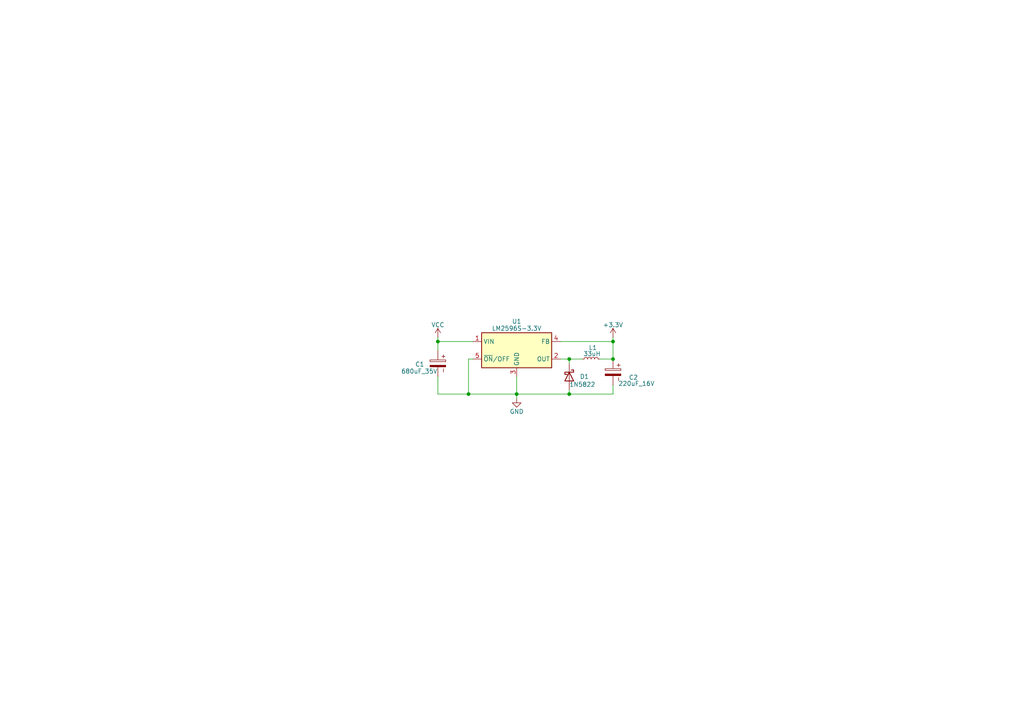
<source format=kicad_sch>
(kicad_sch (version 20250114) (generator "eeschema") (generator_version "9.0")
  (paper "A4")
  (lib_symbols
    (symbol "Device:L_Small" (pin_numbers (hide yes)) (pin_names (offset 0.254) (hide yes))
      (property "Reference" "L" (at 0.762 1.016 0))
      (property "Value" "L_Small" (at 0.762 -1.016 0))
      (symbol "L_Small_0_1"
        (arc (start 0 2.032) (mid 0.5058 1.524) (end 0 1.016))
        (arc (start 0 1.016) (mid 0.5058 0.508) (end 0 0))
        (arc (start 0 0) (mid 0.5058 -0.508) (end 0 -1.016))
        (arc (start 0 -1.016) (mid 0.5058 -1.524) (end 0 -2.032))
      )
      (symbol "L_Small_1_1"
        (pin passive line (at 0 2.54 270) (length 0.508) (name "~") (number "1"))
        (pin passive line (at 0 -2.54 90) (length 0.508) (name "~") (number "2"))
      )
    )
    (symbol "Diode:1N5822" (pin_numbers (hide yes)) (pin_names (offset 1.016) (hide yes))
      (property "Reference" "D" (at 0 2.54 0))
      (property "Value" "1N5822" (at 0 -2.54 0))
      (symbol "1N5822_0_1"
        (polyline (pts (xy -1.905 0.635) (xy -1.905 1.27) (xy -1.27 1.27) (xy -1.27 -1.27) (xy -0.635 -1.27) (xy -0.635 -0.635)) (stroke (width 0.254)))
        (polyline (pts (xy 1.27 1.27) (xy 1.27 -1.27) (xy -1.27 0) (xy 1.27 1.27)) (stroke (width 0.254)))
        (polyline (pts (xy 1.27 0) (xy -1.27 0)))
      )
      (symbol "1N5822_1_1"
        (pin passive line (at -3.81 0 0) (length 2.54) (name "K") (number "1"))
        (pin passive line (at 3.81 0 180) (length 2.54) (name "A") (number "2"))
      )
    )
    (symbol "PCM_SL_Capacitors:470uF_35V"
      (property "Reference" "C" (at 0 7.62 0))
      (property "Value" "470uF_35V" (at 0 5.08 0))
      (symbol "470uF_35V_0_0"
        (text "+" (at -2.032 1.524 0) (effects (font (size 1.27 1.27))))
        (text "-" (at 2.032 1.524 0) (effects (font (size 1.27 1.27))))
      )
      (symbol "470uF_35V_0_1"
        (rectangle (start -1.016 -2.286) (end -0.508 2.286))
        (rectangle (start 0.508 -2.286) (end 1.016 2.286) (fill (type outline)))
      )
      (symbol "470uF_35V_1_1"
        (pin passive line (at -3.81 0 0) (length 2.7) (name "~") (number "1"))
        (pin input line (at 3.81 0 180) (length 2.7) (name "~") (number "2"))
      )
    )
    (symbol "Regulator_Switching:LM2596S-3.3"
      (property "Reference" "U" (at -10.16 6.35 0))
      (property "Value" "LM2596S-3.3" (at 0 6.35 0))
      (symbol "LM2596S-3.3_0_1"
        (rectangle (start -10.16 5.08) (end 10.16 -5.08) (stroke (width 0.254)) (fill (type background)))
      )
      (symbol "LM2596S-3.3_1_1"
        (pin power_in line (at -12.7 2.54 0) (length 2.54) (name "VIN") (number "1"))
        (pin input line (at -12.7 -2.54 0) (length 2.54) (name "~{ON}/OFF") (number "5"))
        (pin power_in line (at 0 -7.62 90) (length 2.54) (name "GND") (number "3"))
        (pin input line (at 12.7 2.54 180) (length 2.54) (name "FB") (number "4"))
        (pin output line (at 12.7 -2.54 180) (length 2.54) (name "OUT") (number "2"))
      )
    )
    (symbol "power:+3.3V" (power) (pin_numbers (hide yes)) (pin_names (offset 0) (hide yes))
      (property "Value" "+3.3V" (at 0 3.556 0))
      (symbol "+3.3V_0_1"
        (polyline (pts (xy -0.762 1.27) (xy 0 2.54)))
        (polyline (pts (xy 0 2.54) (xy 0.762 1.27)))
        (polyline (pts (xy 0 0) (xy 0 2.54)))
      )
      (symbol "+3.3V_1_1"
        (pin power_in line (at 0 0 90) (length 0) (name "~") (number "1"))
      )
    )
    (symbol "power:GND" (power) (pin_numbers (hide yes)) (pin_names (offset 0) (hide yes))
      (property "Value" "GND" (at 0 -3.81 0))
      (symbol "GND_0_1"
        (polyline (pts (xy 0 0) (xy 0 -1.27) (xy 1.27 -1.27) (xy 0 -2.54) (xy -1.27 -1.27) (xy 0 -1.27)))
      )
      (symbol "GND_1_1"
        (pin power_in line (at 0 0 270) (length 0) (name "~") (number "1"))
      )
    )
    (symbol "power:VCC" (power) (pin_numbers (hide yes)) (pin_names (offset 0) (hide yes))
      (property "Value" "VCC" (at 0 3.556 0))
      (symbol "VCC_0_1"
        (polyline (pts (xy -0.762 1.27) (xy 0 2.54)))
        (polyline (pts (xy 0 2.54) (xy 0.762 1.27)))
        (polyline (pts (xy 0 0) (xy 0 2.54)))
      )
      (symbol "VCC_1_1"
        (pin power_in line (at 0 0 90) (length 0) (name "~") (number "1"))
      )
    )
  )
  (junction (at 149.86 114.3))
  (junction (at 165.1 114.3))
  (junction (at 165.1 104.14))
  (junction (at 127 99.06))
  (junction (at 177.8 104.14))
  (junction (at 177.8 99.06))
  (junction (at 135.89 114.3))
  (wire (pts (xy 149.86 114.3) (xy 165.1 114.3)))
  (wire (pts (xy 173.99 104.14) (xy 177.8 104.14)))
  (wire (pts (xy 177.8 97.79) (xy 177.8 99.06)))
  (wire (pts (xy 177.8 99.06) (xy 177.8 104.14)))
  (wire (pts (xy 165.1 104.14) (xy 165.1 105.41)))
  (wire (pts (xy 149.86 114.3) (xy 149.86 115.57)))
  (wire (pts (xy 162.56 99.06) (xy 177.8 99.06)))
  (wire (pts (xy 127 99.06) (xy 127 101.6)))
  (wire (pts (xy 165.1 114.3) (xy 177.8 114.3)))
  (wire (pts (xy 135.89 104.14) (xy 135.89 114.3)))
  (wire (pts (xy 127 114.3) (xy 135.89 114.3)))
  (wire (pts (xy 135.89 114.3) (xy 149.86 114.3)))
  (wire (pts (xy 127 109.22) (xy 127 114.3)))
  (wire (pts (xy 135.89 104.14) (xy 137.16 104.14)))
  (wire (pts (xy 162.56 104.14) (xy 165.1 104.14)))
  (wire (pts (xy 165.1 104.14) (xy 168.91 104.14)))
  (wire (pts (xy 177.8 111.76) (xy 177.8 114.3)))
  (wire (pts (xy 127 97.79) (xy 127 99.06)))
  (wire (pts (xy 149.86 109.22) (xy 149.86 114.3)))
  (wire (pts (xy 127 99.06) (xy 137.16 99.06)))
  (wire (pts (xy 165.1 114.3) (xy 165.1 113.03)))
  (symbol (lib_id "power:GND") (at 149.86 115.57 0) (unit 1)
    (property "Reference" "#PWR01" (effects (hide yes)))
    (property "Value" "GND" (at 149.86 119.38 0))
    (property "Description" "Power symbol creates a global label with name \"GND\" , ground" (effects (hide yes)))
  )
  (symbol (lib_id "Device:L_Small") (at 171.45 104.14 90) (unit 1)
    (property "Reference" "L1" (at 171.958 100.838 90))
    (property "Value" "33uH" (at 171.704 102.616 90))
    (property "Description" "Inductor, small symbol" (effects (hide yes)))
  )
  (symbol (lib_id "Diode:1N5822") (at 165.1 109.22 270) (unit 1)
    (property "Reference" "D1" (at 168.148 109.22 90) (effects (justify left)))
    (property "Value" "1N5822" (at 165.1 111.506 90) (effects (justify left)))
    (property "Footprint" "Diode_THT:D_DO-201AD_P15.24mm_Horizontal" (effects (hide yes)))
    (property "Datasheet" "http://www.vishay.com/docs/88526/1n5820.pdf" (effects (hide yes)))
    (property "Description" "40V 3A Schottky Barrier Rectifier Diode, DO-201AD" (effects (hide yes)))
  )
  (symbol (lib_id "PCM_SL_Capacitors:470uF_35V") (at 177.8 107.95 270) (unit 1)
    (property "Reference" "C2" (at 182.372 109.474 90) (effects (justify left)))
    (property "Value" "220uF_16V" (at 179.324 111.252 90) (effects (justify left)))
    (property "Footprint" "Capacitor_THT:CP_Radial_D10.0mm_P5.00mm" (effects (hide yes)))
    (property "Description" "470uF, 35V Electrolytic Capacitor" (effects (hide yes)))
  )
  (symbol (lib_id "Regulator_Switching:LM2596S-3.3") (at 149.86 101.6 0) (unit 1)
    (property "Reference" "U1" (at 149.86 93.218 0))
    (property "Value" "LM2596S-3.3V" (at 149.86 95.25 0))
    (property "Footprint" "Package_TO_SOT_SMD:TO-263-5_TabPin3" (effects (hide yes)))
    (property "Datasheet" "http://www.ti.com/lit/ds/symlink/lm2596.pdf" (effects (hide yes)))
    (property "Description" "3.3V 3A Step-Down Voltage Regulator, TO-263" (effects (hide yes)))
  )
  (symbol (lib_id "power:VCC") (at 127 97.79 0) (unit 1)
    (property "Reference" "#PWR03" (effects (hide yes)))
    (property "Value" "VCC" (at 127 94.234 0))
    (property "Description" "Power symbol creates a global label with name \"VCC\"" (effects (hide yes)))
  )
  (symbol (lib_id "power:+3.3V") (at 177.8 97.79 0) (unit 1)
    (property "Reference" "#PWR02" (effects (hide yes)))
    (property "Value" "+3.3V" (at 177.8 94.234 0))
    (property "Description" "Power symbol creates a global label with name \"+3.3V\"" (effects (hide yes)))
  )
  (symbol (lib_id "PCM_SL_Capacitors:470uF_35V") (at 127 105.41 270) (unit 1)
    (property "Reference" "C1" (at 120.396 105.664 90) (effects (justify left)))
    (property "Value" "680uF_35V" (at 116.332 107.696 90) (effects (justify left)))
    (property "Footprint" "Capacitor_THT:CP_Radial_D10.0mm_P5.00mm" (effects (hide yes)))
    (property "Description" "470uF, 35V Electrolytic Capacitor" (effects (hide yes)))
  )
)
</source>
